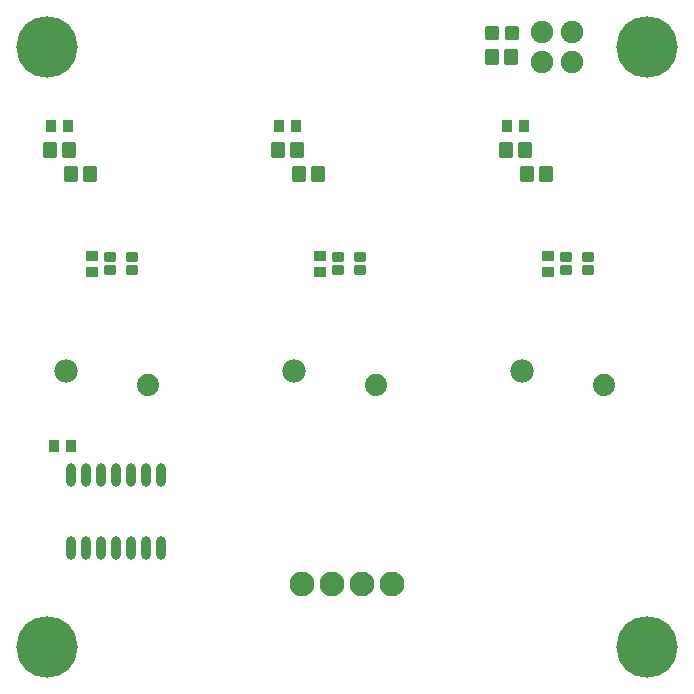
<source format=gts>
G04 Layer: TopSolderMaskLayer*
G04 Panelize: , Column: 2, Row: 2, Board Size: 58.42mm x 58.42mm, Panelized Board Size: 118.84mm x 118.84mm*
G04 EasyEDA v6.5.34, 2023-09-08 22:49:06*
G04 bc0c5e472efd4090a79f80cef72532b0,5a6b42c53f6a479593ecc07194224c93,10*
G04 Gerber Generator version 0.2*
G04 Scale: 100 percent, Rotated: No, Reflected: No *
G04 Dimensions in millimeters *
G04 leading zeros omitted , absolute positions ,4 integer and 5 decimal *
%FSLAX45Y45*%
%MOMM*%

%AMMACRO1*1,1,$1,$2,$3*1,1,$1,$4,$5*1,1,$1,0-$2,0-$3*1,1,$1,0-$4,0-$5*20,1,$1,$2,$3,$4,$5,0*20,1,$1,$4,$5,0-$2,0-$3,0*20,1,$1,0-$2,0-$3,0-$4,0-$5,0*20,1,$1,0-$4,0-$5,$2,$3,0*4,1,4,$2,$3,$4,$5,0-$2,0-$3,0-$4,0-$5,$2,$3,0*%
%ADD10MACRO1,0.1016X-0.45X0.35X0.45X0.35*%
%ADD11MACRO1,0.1016X0.45X0.4X0.45X-0.4*%
%ADD12C,1.9812*%
%ADD13C,1.8796*%
%ADD14MACRO1,0.2032X0.5X-0.55X-0.5X-0.55*%
%ADD15MACRO1,0.2032X-0.5X0.55X0.5X0.55*%
%ADD16MACRO1,0.1016X0.4X-0.45X-0.4X-0.45*%
%ADD17O,0.8031988000000001X2.0031963999999998*%
%ADD18MACRO1,0.2032X-0.45X-0.5X-0.45X0.5*%
%ADD19C,5.2032*%
%ADD20C,2.1016*%
%ADD21C,1.9016*%

%LPD*%
D10*
G01*
X1094806Y3678702D03*
G01*
X911799Y3678701D03*
G01*
X911799Y3568694D03*
G01*
X1094806Y3568694D03*
G01*
X3025203Y3678702D03*
G01*
X2842196Y3678701D03*
G01*
X2842196Y3568694D03*
G01*
X3025203Y3568694D03*
G01*
X4955598Y3678702D03*
G01*
X4772591Y3678701D03*
G01*
X4772591Y3568694D03*
G01*
X4955598Y3568694D03*
D11*
G01*
X761997Y3549492D03*
G01*
X761997Y3689492D03*
G01*
X2692394Y3549492D03*
G01*
X2692394Y3689492D03*
G01*
X4622789Y3549492D03*
G01*
X4622789Y3689492D03*
D12*
G01*
X4401413Y2715005D03*
D13*
G01*
X5091404Y2594990D03*
D12*
G01*
X2471013Y2715005D03*
D13*
G01*
X3161004Y2594990D03*
D12*
G01*
X540613Y2715005D03*
D13*
G01*
X1230604Y2594990D03*
D14*
G01*
X2332982Y4584976D03*
G01*
X2492982Y4584976D03*
D15*
G01*
X2670794Y4381779D03*
G01*
X2510795Y4381779D03*
D16*
G01*
X2342986Y4788176D03*
G01*
X2482984Y4788176D03*
D14*
G01*
X4263379Y4584976D03*
G01*
X4423379Y4584976D03*
D15*
G01*
X4601192Y4381779D03*
G01*
X4441192Y4381779D03*
D16*
G01*
X4273383Y4788176D03*
G01*
X4413382Y4788176D03*
D17*
G01*
X1346200Y1834032D03*
G01*
X1219200Y1834032D03*
G01*
X1092200Y1834032D03*
G01*
X965200Y1834032D03*
G01*
X838200Y1834032D03*
G01*
X711200Y1834032D03*
G01*
X584200Y1834032D03*
G01*
X1346200Y1214018D03*
G01*
X1219200Y1214018D03*
G01*
X1092200Y1214018D03*
G01*
X965200Y1214018D03*
G01*
X838200Y1214018D03*
G01*
X711200Y1214018D03*
G01*
X584200Y1214018D03*
D16*
G01*
X437996Y2082794D03*
G01*
X577994Y2082794D03*
D18*
G01*
X4144091Y5575292D03*
G01*
X4314090Y5575292D03*
D14*
G01*
X4149092Y5372100D03*
G01*
X4309092Y5372100D03*
D16*
G01*
X412596Y4788189D03*
G01*
X552594Y4788189D03*
D15*
G01*
X740404Y4381792D03*
G01*
X580405Y4381792D03*
D14*
G01*
X402592Y4584989D03*
G01*
X562592Y4584989D03*
D19*
G01*
X381000Y5461000D03*
G01*
X5461000Y5461000D03*
G01*
X5461000Y381000D03*
G01*
X381000Y381000D03*
D20*
G01*
X3048000Y914400D03*
G01*
X2794000Y914400D03*
G01*
X2540000Y914400D03*
G01*
X3302000Y914400D03*
D21*
G01*
X4572000Y5588000D03*
G01*
X4572000Y5334000D03*
G01*
X4826000Y5334000D03*
G01*
X4826000Y5588000D03*
M02*

</source>
